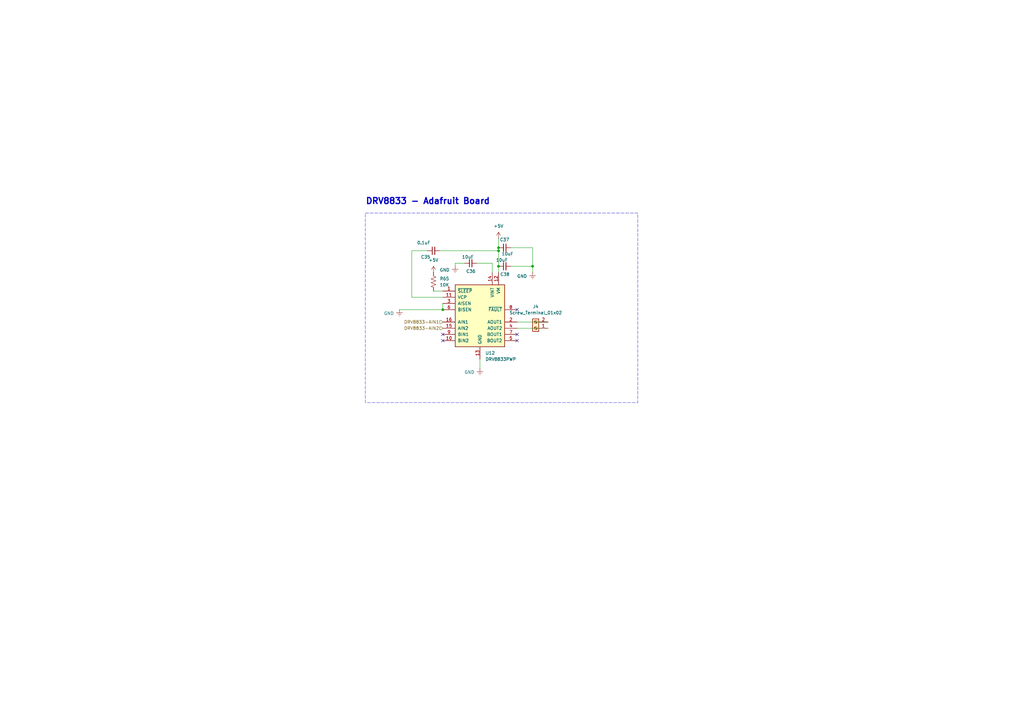
<source format=kicad_sch>
(kicad_sch (version 20231120) (generator "eeschema") (generator_version "8.0")
  (paper "A3")
  (lib_symbols
    (symbol "Connector:Screw_Terminal_01x02" (pin_names (offset 1.016) hide)
      (property "Reference" "J" (at 0 2.54 0))
      (property "Value" "Screw_Terminal_01x02" (at 0 -5.08 0))
      (symbol "Screw_Terminal_01x02_1_1"
        (rectangle (start -1.27 1.27) (end 1.27 -3.81) (stroke (width 0.254)) (fill (type background)))
        (circle (center 0 -2.54) (radius 0.635) (stroke (width 0.1524)))
        (polyline (pts (xy -0.5334 -2.2098) (xy 0.3302 -3.048)) (stroke (width 0.1524)))
        (polyline (pts (xy -0.5334 0.3302) (xy 0.3302 -0.508)) (stroke (width 0.1524)))
        (polyline (pts (xy -0.3556 -2.032) (xy 0.508 -2.8702)) (stroke (width 0.1524)))
        (polyline (pts (xy -0.3556 0.508) (xy 0.508 -0.3302)) (stroke (width 0.1524)))
        (circle (center 0 0) (radius 0.635) (stroke (width 0.1524)))
        (pin passive line (at -5.08 0 0) (length 3.81) (name "Pin_1") (number "1"))
        (pin passive line (at -5.08 -2.54 0) (length 3.81) (name "Pin_2") (number "2"))
      )
    )
    (symbol "Device:C_Small" (pin_numbers hide) (pin_names (offset 0.254) hide)
      (property "Reference" "C" (at 0.254 1.778 0))
      (property "Value" "C_Small" (at 0.254 -2.032 0))
      (symbol "C_Small_0_1"
        (polyline (pts (xy -1.524 -0.508) (xy 1.524 -0.508)) (stroke (width 0.3302)))
        (polyline (pts (xy -1.524 0.508) (xy 1.524 0.508)) (stroke (width 0.3048)))
      )
      (symbol "C_Small_1_1"
        (pin passive line (at 0 2.54 270) (length 2.032) (name "~") (number "1"))
        (pin passive line (at 0 -2.54 90) (length 2.032) (name "~") (number "2"))
      )
    )
    (symbol "Device:R_US" (pin_numbers hide) (pin_names (offset 0))
      (property "Reference" "R" (at 2.54 0 90))
      (property "Value" "R_US" (at -2.54 0 90))
      (symbol "R_US_0_1"
        (polyline (pts (xy 0 -2.286) (xy 0 -2.54)))
        (polyline (pts (xy 0 2.286) (xy 0 2.54)))
        (polyline (pts (xy 0 -0.762) (xy 1.016 -1.143) (xy 0 -1.524) (xy -1.016 -1.905) (xy 0 -2.286)))
        (polyline (pts (xy 0 0.762) (xy 1.016 0.381) (xy 0 0) (xy -1.016 -0.381) (xy 0 -0.762)))
        (polyline (pts (xy 0 2.286) (xy 1.016 1.905) (xy 0 1.524) (xy -1.016 1.143) (xy 0 0.762)))
      )
      (symbol "R_US_1_1"
        (pin passive line (at 0 3.81 270) (length 1.27) (name "~") (number "1"))
        (pin passive line (at 0 -3.81 90) (length 1.27) (name "~") (number "2"))
      )
    )
    (symbol "Driver_Motor:DRV8833PWP" (pin_names (offset 1.016))
      (property "Reference" "U" (at -3.81 16.51 0))
      (property "Value" "DRV8833PWP" (at -3.81 13.97 0))
      (symbol "DRV8833PWP_0_1"
        (rectangle (start -10.16 12.7) (end 10.16 -12.7) (stroke (width 0.254)) (fill (type background)))
      )
      (symbol "DRV8833PWP_1_1"
        (pin input line (at -15.24 10.16 0) (length 5.08) (name "~{SLEEP}") (number "1"))
        (pin input line (at -15.24 -10.16 0) (length 5.08) (name "BIN2") (number "10"))
        (pin bidirectional line (at -15.24 7.62 0) (length 5.08) (name "VCP") (number "11"))
        (pin power_in line (at 7.62 17.78 270) (length 5.08) (name "VM") (number "12"))
        (pin power_in line (at 0 -17.78 90) (length 5.08) (name "GND") (number "13"))
        (pin power_in line (at 5.08 17.78 270) (length 5.08) (name "VINT") (number "14"))
        (pin input line (at -15.24 -5.08 0) (length 5.08) (name "AIN2") (number "15"))
        (pin input line (at -15.24 -2.54 0) (length 5.08) (name "AIN1") (number "16"))
        (pin passive line (at 0 -17.78 90) (length 5.08) hide (name "GND") (number "17"))
        (pin power_out line (at 15.24 -2.54 180) (length 5.08) (name "AOUT1") (number "2"))
        (pin bidirectional line (at -15.24 5.08 0) (length 5.08) (name "AISEN") (number "3"))
        (pin power_out line (at 15.24 -5.08 180) (length 5.08) (name "AOUT2") (number "4"))
        (pin power_out line (at 15.24 -10.16 180) (length 5.08) (name "BOUT2") (number "5"))
        (pin bidirectional line (at -15.24 2.54 0) (length 5.08) (name "BISEN") (number "6"))
        (pin power_out line (at 15.24 -7.62 180) (length 5.08) (name "BOUT1") (number "7"))
        (pin open_collector line (at 15.24 2.54 180) (length 5.08) (name "~{FAULT}") (number "8"))
        (pin input line (at -15.24 -7.62 0) (length 5.08) (name "BIN1") (number "9"))
      )
    )
    (symbol "power:+5V" (power) (pin_numbers hide) (pin_names (offset 0) hide)
      (property "Value" "+5V" (at 0 3.556 0))
      (symbol "+5V_0_1"
        (polyline (pts (xy -0.762 1.27) (xy 0 2.54)))
        (polyline (pts (xy 0 0) (xy 0 2.54)))
        (polyline (pts (xy 0 2.54) (xy 0.762 1.27)))
      )
      (symbol "+5V_1_1"
        (pin power_in line (at 0 0 90) (length 0) (name "~") (number "1"))
      )
    )
    (symbol "power:Earth" (power) (pin_numbers hide) (pin_names (offset 0) hide)
      (property "Value" "Earth" (at 0 -3.81 0))
      (symbol "Earth_0_1"
        (polyline (pts (xy -0.635 -1.905) (xy 0.635 -1.905)))
        (polyline (pts (xy -0.127 -2.54) (xy 0.127 -2.54)))
        (polyline (pts (xy 0 -1.27) (xy 0 0)))
        (polyline (pts (xy 1.27 -1.27) (xy -1.27 -1.27)))
      )
      (symbol "Earth_1_1"
        (pin power_in line (at 0 0 270) (length 0) (name "~") (number "1"))
      )
    )
  )
  (junction (at 204.47 102.87))
  (junction (at 204.47 101.6))
  (junction (at 181.61 127))
  (junction (at 218.44 109.22))
  (junction (at 204.47 109.22))
  (no_connect (at 181.61 139.7))
  (no_connect (at 212.09 139.7))
  (no_connect (at 181.61 137.16))
  (no_connect (at 212.09 137.16))
  (no_connect (at 212.09 127))
  (wire (pts (xy 180.34 102.87) (xy 204.47 102.87)))
  (wire (pts (xy 201.93 107.95) (xy 195.58 107.95)))
  (wire (pts (xy 168.91 121.92) (xy 181.61 121.92)))
  (wire (pts (xy 212.09 132.08) (xy 224.79 132.08)))
  (wire (pts (xy 196.85 147.32) (xy 196.85 151.13)))
  (wire (pts (xy 204.47 102.87) (xy 204.47 109.22)))
  (wire (pts (xy 212.09 134.62) (xy 224.79 134.62)))
  (wire (pts (xy 209.55 101.6) (xy 218.44 101.6)))
  (wire (pts (xy 218.44 109.22) (xy 209.55 109.22)))
  (wire (pts (xy 218.44 101.6) (xy 218.44 109.22)))
  (wire (pts (xy 204.47 101.6) (xy 204.47 102.87)))
  (wire (pts (xy 181.61 124.46) (xy 181.61 127)))
  (wire (pts (xy 168.91 102.87) (xy 168.91 121.92)))
  (wire (pts (xy 163.83 127) (xy 181.61 127)))
  (wire (pts (xy 186.69 107.95) (xy 190.5 107.95)))
  (wire (pts (xy 204.47 97.79) (xy 204.47 101.6)))
  (wire (pts (xy 218.44 111.76) (xy 218.44 109.22)))
  (wire (pts (xy 201.93 111.76) (xy 201.93 107.95)))
  (wire (pts (xy 175.26 102.87) (xy 168.91 102.87)))
  (wire (pts (xy 204.47 109.22) (xy 204.47 111.76)))
  (wire (pts (xy 177.8 119.38) (xy 181.61 119.38)))
  (wire (pts (xy 186.69 109.22) (xy 186.69 107.95)))
  (rectangle (start 149.86 87.376) (end 261.62 165.1) (stroke (width 0.127) (type dash)))
  (text "DRV8833 - Adafruit Board" (at 149.86 84.074 0) (effects (font (size 2.4892 2.4892) (thickness 0.4978) (bold yes)) (justify left bottom)))
  (hierarchical_label "DRV8833-AIN2" (shape input) (at 181.61 134.62 180))
  (hierarchical_label "DRV8833-AIN1" (shape input) (at 181.61 132.08 180))
  (symbol (lib_id "power:+5V") (at 204.47 97.79 0) (unit 1)
    (property "Reference" "#PWR0111" (effects (hide yes)))
    (property "Value" "+5V" (at 204.47 92.71 0))
    (property "Description" "Power symbol creates a global label with name \"+5V\"" (effects (hide yes)))
  )
  (symbol (lib_id "power:Earth") (at 186.69 109.22 0) (mirror y) (unit 1)
    (property "Reference" "#PWR0109" (effects (hide yes)))
    (property "Value" "GND" (at 182.372 110.744 0))
    (property "Description" "Power symbol creates a global label with name \"Earth\"" (effects (hide yes)))
  )
  (symbol (lib_id "Device:C_Small") (at 207.01 109.22 90) (unit 1)
    (property "Reference" "C38" (at 209.042 112.522 90) (effects (justify left)))
    (property "Value" "10uF" (at 208.2862 106.68 90) (effects (justify left)))
    (property "Footprint" "Capacitor_SMD:C_1210_3225Metric_Pad1.33x2.70mm_HandSolder" (effects (hide yes)))
    (property "Description" "Unpolarized capacitor, small symbol" (effects (hide yes)))
  )
  (symbol (lib_id "power:+5V") (at 177.8 111.76 0) (unit 1)
    (property "Reference" "#PWR0108" (effects (hide yes)))
    (property "Value" "+5V" (at 177.8 106.68 0))
    (property "Description" "Power symbol creates a global label with name \"+5V\"" (effects (hide yes)))
  )
  (symbol (lib_id "Driver_Motor:DRV8833PWP") (at 196.85 129.54 0) (unit 1)
    (property "Reference" "U12" (at 199.0441 144.78 0) (effects (justify left)))
    (property "Value" "DRV8833PWP" (at 199.0441 147.32 0) (effects (justify left)))
    (property "Footprint" "Package_SO:HTSSOP-16-1EP_4.4x5mm_P0.65mm_EP3.4x5mm_Mask2.46x2.31mm_ThermalVias" (effects (hide yes)))
    (property "Datasheet" "http://www.ti.com/lit/ds/symlink/drv8833.pdf" (effects (hide yes)))
    (property "Description" "Dual H-Bridge Motor Driver, HTSSOP-16" (effects (hide yes)))
  )
  (symbol (lib_id "power:Earth") (at 163.83 127 0) (mirror y) (unit 1)
    (property "Reference" "#PWR0107" (effects (hide yes)))
    (property "Value" "GND" (at 159.512 128.524 0))
    (property "Description" "Power symbol creates a global label with name \"Earth\"" (effects (hide yes)))
  )
  (symbol (lib_id "power:Earth") (at 218.44 111.76 0) (mirror y) (unit 1)
    (property "Reference" "#PWR0112" (effects (hide yes)))
    (property "Value" "GND" (at 214.122 113.284 0))
    (property "Description" "Power symbol creates a global label with name \"Earth\"" (effects (hide yes)))
  )
  (symbol (lib_id "power:Earth") (at 196.85 151.13 0) (mirror y) (unit 1)
    (property "Reference" "#PWR0110" (effects (hide yes)))
    (property "Value" "GND" (at 192.532 152.654 0))
    (property "Description" "Power symbol creates a global label with name \"Earth\"" (effects (hide yes)))
  )
  (symbol (lib_id "Device:R_US") (at 177.8 115.57 0) (unit 1)
    (property "Reference" "R65" (at 180.34 114.2999 0) (effects (justify left)))
    (property "Value" "10K" (at 180.34 116.8399 0) (effects (justify left)))
    (property "Footprint" "Resistor_SMD:R_0603_1608Metric_Pad0.98x0.95mm_HandSolder" (effects (hide yes)))
    (property "Description" "Resistor, US symbol" (effects (hide yes)))
  )
  (symbol (lib_id "Connector:Screw_Terminal_01x02") (at 219.71 134.62 180) (unit 1)
    (property "Reference" "J4" (at 219.71 125.73 0))
    (property "Value" "Screw_Terminal_01x02" (at 219.71 128.27 0))
    (property "Footprint" "Connector_JST:JST_XH_B2B-XH-A_1x02_P2.50mm_Vertical" (effects (hide yes)))
    (property "Description" "Generic screw terminal, single row, 01x02, script generated (kicad-library-utils/schlib/autogen/connector/)" (effects (hide yes)))
  )
  (symbol (lib_id "Device:C_Small") (at 193.04 107.95 90) (unit 1)
    (property "Reference" "C36" (at 195.072 111.252 90) (effects (justify left)))
    (property "Value" "10uF" (at 194.3162 105.41 90) (effects (justify left)))
    (property "Footprint" "Capacitor_SMD:C_1210_3225Metric_Pad1.33x2.70mm_HandSolder" (effects (hide yes)))
    (property "Description" "Unpolarized capacitor, small symbol" (effects (hide yes)))
  )
  (symbol (lib_id "Device:C_Small") (at 207.01 101.6 270) (unit 1)
    (property "Reference" "C37" (at 204.978 98.298 90) (effects (justify left)))
    (property "Value" "10uF" (at 205.7338 104.14 90) (effects (justify left)))
    (property "Footprint" "Capacitor_SMD:C_1210_3225Metric_Pad1.33x2.70mm_HandSolder" (effects (hide yes)))
    (property "Description" "Unpolarized capacitor, small symbol" (effects (hide yes)))
  )
  (symbol (lib_id "Device:C_Small") (at 177.8 102.87 90) (mirror x) (unit 1)
    (property "Reference" "C35" (at 176.5362 105.41 90) (effects (justify left)))
    (property "Value" "0.1uF" (at 176.53 99.568 90) (effects (justify left)))
    (property "Footprint" "Capacitor_SMD:C_1206_3216Metric_Pad1.33x1.80mm_HandSolder" (effects (hide yes)))
    (property "Description" "Unpolarized capacitor, small symbol" (effects (hide yes)))
  )
)
</source>
